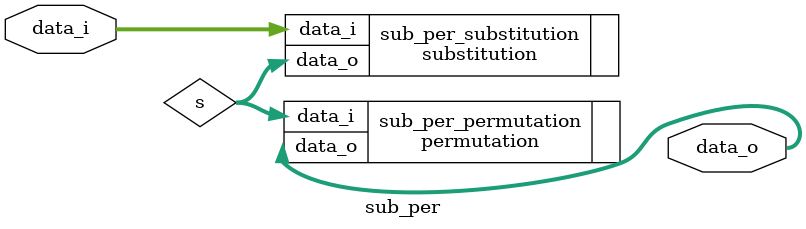
<source format=v>

module sub_per(data_o,data_i); // this module cascades the substitution and permutation layers of the cipher and builds a 
                               // single entity containing both of them

//- Module IOs ----------------------------------------------------------------

output wire[63:0] data_o;
input  wire[63:0] data_i;              

//- Variables, Registers and Parameters ---------------------------------------

wire [63:0] s; // intermediate signal

//- Instantiations ------------------------------------------------------------

substitution sub_per_substitution(.data_o(s)   ,.data_i(data_i)); // input of the S-Box is data_i
permutation  sub_per_permutation (.data_o(data_o),.data_i(s)); // output os Permutation layer is data_o

//-----------------------------------------------------------------------------
endmodule

</source>
